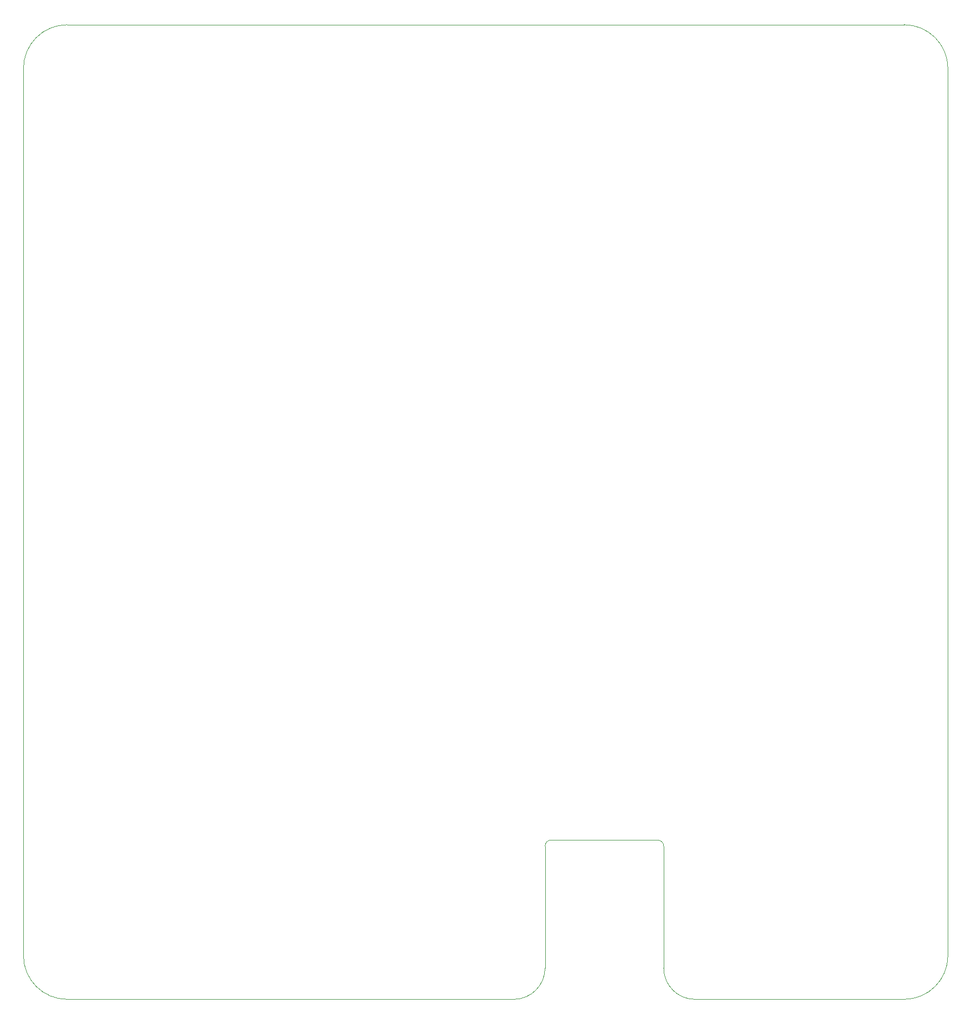
<source format=gbr>
%TF.GenerationSoftware,KiCad,Pcbnew,4.0.7*%
%TF.CreationDate,2018-08-22T18:45:23+01:00*%
%TF.ProjectId,dmx-eth-dimmer,646D782D6574682D64696D6D65722E6B,rev?*%
%TF.FileFunction,Legend,Bot*%
%FSLAX46Y46*%
G04 Gerber Fmt 4.6, Leading zero omitted, Abs format (unit mm)*
G04 Created by KiCad (PCBNEW 4.0.7) date 08/22/18 18:45:23*
%MOMM*%
%LPD*%
G01*
G04 APERTURE LIST*
%ADD10C,0.150000*%
%ADD11C,0.100000*%
G04 APERTURE END LIST*
D10*
D11*
X96500000Y-144500000D02*
X96500000Y-164000000D01*
X114500000Y-143500000D02*
X97500000Y-143500000D01*
X115500000Y-164000000D02*
X115500000Y-144500000D01*
X115500000Y-144500000D02*
G75*
G03X114500000Y-143500000I-1000000J0D01*
G01*
X97500000Y-143500000D02*
G75*
G03X96500000Y-144500000I0J-1000000D01*
G01*
X91500000Y-169000000D02*
X20000000Y-169000000D01*
X120500000Y-169000000D02*
X154000000Y-169000000D01*
X115500000Y-164000000D02*
G75*
G03X120500000Y-169000000I5000000J0D01*
G01*
X91500000Y-169000000D02*
G75*
G03X96500000Y-164000000I0J5000000D01*
G01*
X13000000Y-162000000D02*
X13000000Y-20000000D01*
X161000000Y-20000000D02*
X161000000Y-162000000D01*
X20000000Y-13000000D02*
X154000000Y-13000000D01*
X13000000Y-162000000D02*
G75*
G03X20000000Y-169000000I7000000J0D01*
G01*
X154000000Y-169000000D02*
G75*
G03X161000000Y-162000000I0J7000000D01*
G01*
X161000000Y-20000000D02*
G75*
G03X154000000Y-13000000I-7000000J0D01*
G01*
X20000000Y-13000000D02*
G75*
G03X13000000Y-20000000I0J-7000000D01*
G01*
M02*

</source>
